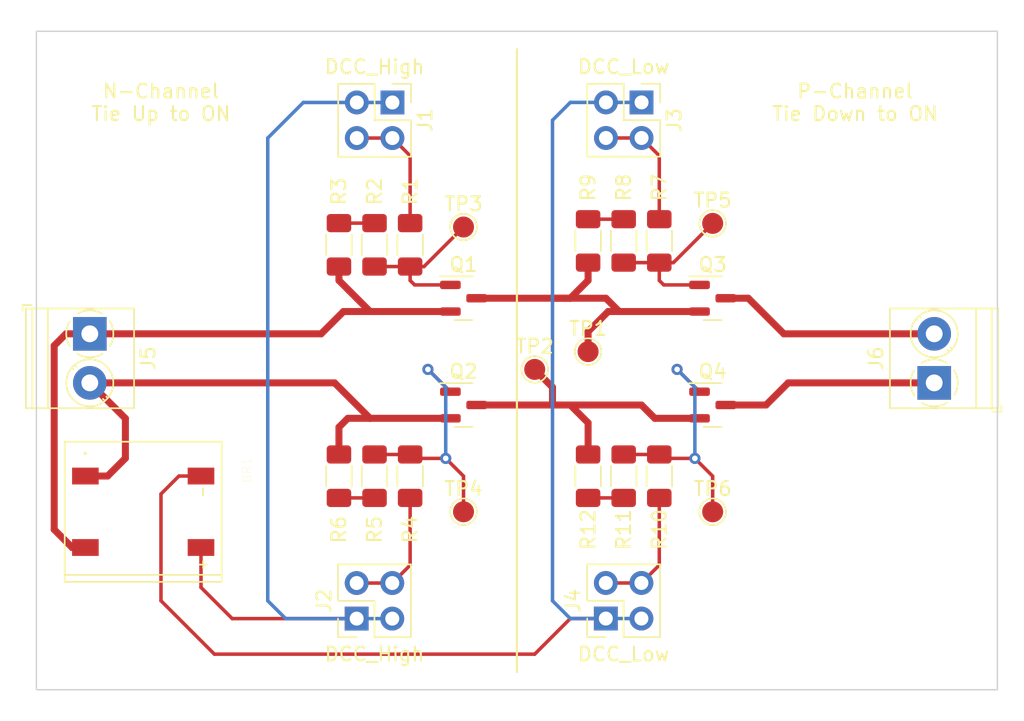
<source format=kicad_pcb>
(kicad_pcb (version 20211014) (generator pcbnew)
  (layers (0 "F.Cu" signal) (31 "B.Cu" signal) (34 "B.Paste" user) (35 "F.Paste" user) (36 "B.SilkS" user "B.Silkscreen") (37 "F.SilkS" user "F.Silkscreen") (38 "B.Mask" user) (39 "F.Mask" user) (44 "Edge.Cuts" user))
  (net 0 "")
  (net 1 "/J_IN")
  (net 2 "/K_IN")
  (net 3 "/J_OUT")
  (net 4 "/K_OUT")
  (net 5 "Net-(Q1-Pad1)")
  (net 6 "/J_1")
  (net 7 "Net-(Q2-Pad1)")
  (net 8 "/K_1")
  (net 9 "Net-(Q4-Pad1)")
  (net 10 "Net-(J1-Pad2)")
  (net 11 "Net-(R2-Pad2)")
  (net 12 "Net-(J2-Pad2)")
  (net 13 "Net-(R5-Pad2)")
  (net 14 "Net-(J3-Pad2)")
  (net 15 "Net-(R8-Pad2)")
  (net 16 "Net-(J4-Pad2)")
  (net 17 "Net-(R11-Pad2)")
  (net 18 "/DCC_HIGH")
  (net 19 "/DCC_LOW")
  (net 20 "Net-(Q3-Pad1)")
  (footprint "Package_TO_SOT_SMD:SOT-23" (layer "F.Cu") (at 88.9 81.28)
    (fp_text reference "Q3" (at 0 -2.4) (layer "F.SilkS"))
    (fp_text value "NXV90EPR")
    (fp_line (start 0 -1.56) (end 0.65 -1.56) (layer "F.SilkS") (width 0.12))
    (fp_line (start 0 -1.56) (end -1.675 -1.56) (layer "F.SilkS") (width 0.12))
    (fp_line (start 0 1.56) (end -0.65 1.56) (layer "F.SilkS") (width 0.12))
    (fp_line (start 0 1.56) (end 0.65 1.56) (layer "F.SilkS") (width 0.12))
    (pad "1" smd roundrect locked (at -0.9375 -0.95) (size 1.475 0.6) (layers "F.Cu" "F.Paste" "F.Mask") (net 20 "Net-(Q3-Pad1)"))
    (pad "2" smd roundrect locked (at -0.9375 0.95) (size 1.475 0.6) (layers "F.Cu" "F.Paste" "F.Mask") (net 6 "/J_1"))
    (pad "3" smd roundrect locked (at 0.9375 0) (size 1.475 0.6) (layers "F.Cu" "F.Paste" "F.Mask") (net 3 "/J_OUT"))
  )
  (footprint "Connector_PinHeader_2.54mm:PinHeader_2x02_P2.54mm_Vertical" (layer "F.Cu") (at 63.495 104.145 90)
    (fp_text reference "J2" (at 1.27 -2.33 90) (layer "F.SilkS"))
    (fp_text value "Conn_02x02_Odd_Even")
    (fp_line (start 1.27 1.27) (end 1.27 -1.33) (layer "F.SilkS") (width 0.12))
    (fp_line (start -1.33 1.27) (end -1.33 3.87) (layer "F.SilkS") (width 0.12))
    (fp_line (start -1.33 1.27) (end 1.27 1.27) (layer "F.SilkS") (width 0.12))
    (fp_line (start -1.33 0) (end -1.33 -1.33) (layer "F.SilkS") (width 0.12))
    (fp_line (start 3.87 -1.33) (end 3.87 3.87) (layer "F.SilkS") (width 0.12))
    (fp_line (start -1.33 3.87) (end 3.87 3.87) (layer "F.SilkS") (width 0.12))
    (fp_line (start 1.27 -1.33) (end 3.87 -1.33) (layer "F.SilkS") (width 0.12))
    (fp_line (start -1.33 -1.33) (end 0 -1.33) (layer "F.SilkS") (width 0.12))
    (pad "1" thru_hole rect locked (at 0 0 90) (size 1.7 1.7) (drill 1) (layers *.Cu *.Mask) (net 18 "/DCC_HIGH"))
    (pad "2" thru_hole oval locked (at 2.54 0 90) (size 1.7 1.7) (drill 1) (layers *.Cu *.Mask) (net 12 "Net-(J2-Pad2)"))
    (pad "3" thru_hole oval locked (at 0 2.54 90) (size 1.7 1.7) (drill 1) (layers *.Cu *.Mask) (net 18 "/DCC_HIGH"))
    (pad "4" thru_hole oval locked (at 2.54 2.54 90) (size 1.7 1.7) (drill 1) (layers *.Cu *.Mask) (net 12 "Net-(J2-Pad2)"))
  )
  (footprint "Resistor_SMD:R_1206_3216Metric_Pad1.30x1.75mm_HandSolder" (layer "F.Cu") (at 80.01 77.19 -90)
    (fp_text reference "R9" (at -3.81 0 90) (layer "F.SilkS"))
    (fp_text value "3K")
    (fp_line (start -0.727064 0.91) (end 0.727064 0.91) (layer "F.SilkS") (width 0.12))
    (fp_line (start -0.727064 -0.91) (end 0.727064 -0.91) (layer "F.SilkS") (width 0.12))
    (pad "1" smd roundrect locked (at -1.55 0 270) (size 1.3 1.75) (layers "F.Cu" "F.Paste" "F.Mask") (roundrect_rratio 0.1923076923) (net 15 "Net-(R8-Pad2)"))
    (pad "2" smd roundrect locked (at 1.55 0 270) (size 1.3 1.75) (layers "F.Cu" "F.Paste" "F.Mask") (roundrect_rratio 0.1923076923) (net 6 "/J_1"))
  )
  (footprint "Resistor_SMD:R_1206_3216Metric_Pad1.30x1.75mm_HandSolder" (layer "F.Cu") (at 67.31 93.98 90)
    (fp_text reference "R4" (at -3.81 0 90) (layer "F.SilkS"))
    (fp_text value "10K")
    (fp_line (start -0.727064 -0.91) (end 0.727064 -0.91) (layer "F.SilkS") (width 0.12))
    (fp_line (start -0.727064 0.91) (end 0.727064 0.91) (layer "F.SilkS") (width 0.12))
    (pad "1" smd roundrect locked (at -1.55 0 90) (size 1.3 1.75) (layers "F.Cu" "F.Paste" "F.Mask") (roundrect_rratio 0.1923076923) (net 12 "Net-(J2-Pad2)"))
    (pad "2" smd roundrect locked (at 1.55 0 90) (size 1.3 1.75) (layers "F.Cu" "F.Paste" "F.Mask") (roundrect_rratio 0.1923076923) (net 7 "Net-(Q2-Pad1)"))
  )
  (footprint "Resistor_SMD:R_1206_3216Metric_Pad1.30x1.75mm_HandSolder" (layer "F.Cu") (at 67.31 77.47 -90)
    (fp_text reference "R1" (at -3.81 0 90) (layer "F.SilkS"))
    (fp_text value "10K")
    (fp_line (start -0.727064 0.91) (end 0.727064 0.91) (layer "F.SilkS") (width 0.12))
    (fp_line (start -0.727064 -0.91) (end 0.727064 -0.91) (layer "F.SilkS") (width 0.12))
    (pad "1" smd roundrect locked (at -1.55 0 270) (size 1.3 1.75) (layers "F.Cu" "F.Paste" "F.Mask") (roundrect_rratio 0.1923076923) (net 10 "Net-(J1-Pad2)"))
    (pad "2" smd roundrect locked (at 1.55 0 270) (size 1.3 1.75) (layers "F.Cu" "F.Paste" "F.Mask") (roundrect_rratio 0.1923076923) (net 5 "Net-(Q1-Pad1)"))
  )
  (footprint "TestPoint:TestPoint_Pad_D1.5mm" (layer "F.Cu") (at 88.9 96.52)
    (fp_text reference "TP6" (at 0 -1.648) (layer "F.SilkS"))
    (fp_text value "TestPoint")
    (fp_circle (center 0 0) (end 0 0.95) (layer "F.SilkS") (width 0.12) (fill none))
    (pad "1" smd circle locked (at 0 0) (size 1.5 1.5) (layers "F.Cu" "F.Mask") (net 9 "Net-(Q4-Pad1)"))
  )
  (footprint "TerminalBlock_Phoenix:TerminalBlock_Phoenix_PT-1,5-2-3.5-H_1x02_P3.50mm_Horizontal" (layer "F.Cu") (at 44.45 83.82 -90)
    (fp_text reference "J5" (at 1.75 -4.16 90) (layer "F.SilkS"))
    (fp_text value "Conn_01x02")
    (fp_line (start -1.81 -3.16) (end -1.81 4.56) (layer "F.SilkS") (width 0.12))
    (fp_line (start -1.81 -3.16) (end 5.31 -3.16) (layer "F.SilkS") (width 0.12))
    (fp_line (start 2.525 1.181) (end 2.431 1.274) (layer "F.SilkS") (width 0.12))
    (fp_line (start -1.81 4.1) (end 5.31 4.1) (layer "F.SilkS") (width 0.12))
    (fp_line (start 5.31 -3.16) (end 5.31 4.56) (layer "F.SilkS") (width 0.12))
    (fp_line (start -1.81 3) (end 5.31 3) (layer "F.SilkS") (width 0.12))
    (fp_line (start -1.81 4.56) (end 5.31 4.56) (layer "F.SilkS") (width 0.12))
    (fp_line (start -2.05 4.16) (end -2.05 4.8) (layer "F.SilkS") (width 0.12))
    (fp_line (start -2.05 4.8) (end -1.65 4.8) (layer "F.SilkS") (width 0.12))
    (fp_line (start 2.355 0.941) (end 2.226 1.069) (layer "F.SilkS") (width 0.12))
    (fp_line (start 4.775 -1.069) (end 4.646 -0.941) (layer "F.SilkS") (width 0.12))
    (fp_line (start 4.57 -1.275) (end 4.476 -1.181) (layer "F.SilkS") (width 0.12))
    (fp_arc (start -0.889894 -1.425358) (mid -0.014012 -1.680286) (end 0.866 -1.44) (layer "F.SilkS") (width 0.12))
    (fp_arc (start 0.028674 1.680099) (mid -0.435535 1.622918) (end -0.866 1.44) (layer "F.SilkS") (width 0.12))
    (fp_arc (start -1.425358 0.889894) (mid -1.680286 0.014012) (end -1.44 -0.866) (layer "F.SilkS") (width 0.12))
    (fp_arc (start 0.890264 1.424721) (mid 0.463071 1.61492) (end 0 1.68) (layer "F.SilkS") (width 0.12))
    (fp_arc (start 1.425504 -0.890193) (mid 1.680626 0.000476) (end 1.425 0.891) (layer "F.SilkS") (width 0.12))
    (fp_circle (center 3.5 0) (end 5.18 0) (layer "F.SilkS") (width 0.12) (fill none))
    (pad "1" thru_hole rect locked (at 0 0 270) (size 2.4 2.4) (drill 1.2) (layers *.Cu *.Mask) (net 1 "/J_IN"))
    (pad "2" thru_hole circle locked (at 3.5 0 270) (size 2.4 2.4) (drill 1.2) (layers *.Cu *.Mask) (net 2 "/K_IN"))
  )
  (footprint "TestPoint:TestPoint_Pad_D1.5mm" (layer "F.Cu") (at 71.12 96.52)
    (fp_text reference "TP4" (at 0 -1.648) (layer "F.SilkS"))
    (fp_text value "TestPoint")
    (fp_circle (center 0 0) (end 0 0.95) (layer "F.SilkS") (width 0.12) (fill none))
    (pad "1" smd circle locked (at 0 0) (size 1.5 1.5) (layers "F.Cu" "F.Mask") (net 7 "Net-(Q2-Pad1)"))
  )
  (footprint "TestPoint:TestPoint_Pad_D1.5mm" (layer "F.Cu") (at 80.01 85.09)
    (fp_text reference "TP1" (at 0 -1.648) (layer "F.SilkS"))
    (fp_text value "TestPoint")
    (fp_circle (center 0 0) (end 0 0.95) (layer "F.SilkS") (width 0.12) (fill none))
    (pad "1" smd circle locked (at 0 0) (size 1.5 1.5) (layers "F.Cu" "F.Mask") (net 6 "/J_1"))
  )
  (footprint "TestPoint:TestPoint_Pad_D1.5mm" (layer "F.Cu") (at 76.2 86.36)
    (fp_text reference "TP2" (at 0 -1.648) (layer "F.SilkS"))
    (fp_text value "TestPoint")
    (fp_circle (center 0 0) (end 0 0.95) (layer "F.SilkS") (width 0.12) (fill none))
    (pad "1" smd circle locked (at 0 0) (size 1.5 1.5) (layers "F.Cu" "F.Mask") (net 8 "/K_1"))
  )
  (footprint "Resistor_SMD:R_1206_3216Metric_Pad1.30x1.75mm_HandSolder" (layer "F.Cu") (at 62.23 93.98 90)
    (fp_text reference "R6" (at -3.81 0 90) (layer "F.SilkS"))
    (fp_text value "3K")
    (fp_line (start -0.727064 0.91) (end 0.727064 0.91) (layer "F.SilkS") (width 0.12))
    (fp_line (start -0.727064 -0.91) (end 0.727064 -0.91) (layer "F.SilkS") (width 0.12))
    (pad "1" smd roundrect locked (at -1.55 0 90) (size 1.3 1.75) (layers "F.Cu" "F.Paste" "F.Mask") (roundrect_rratio 0.1923076923) (net 13 "Net-(R5-Pad2)"))
    (pad "2" smd roundrect locked (at 1.55 0 90) (size 1.3 1.75) (layers "F.Cu" "F.Paste" "F.Mask") (roundrect_rratio 0.1923076923) (net 2 "/K_IN"))
  )
  (footprint "Resistor_SMD:R_1206_3216Metric_Pad1.30x1.75mm_HandSolder" (layer "F.Cu") (at 64.77 77.47 90)
    (fp_text reference "R2" (at 3.81 0 90) (layer "F.SilkS"))
    (fp_text value "3K")
    (fp_line (start -0.727064 -0.91) (end 0.727064 -0.91) (layer "F.SilkS") (width 0.12))
    (fp_line (start -0.727064 0.91) (end 0.727064 0.91) (layer "F.SilkS") (width 0.12))
    (pad "1" smd roundrect locked (at -1.55 0 90) (size 1.3 1.75) (layers "F.Cu" "F.Paste" "F.Mask") (roundrect_rratio 0.1923076923) (net 5 "Net-(Q1-Pad1)"))
    (pad "2" smd roundrect locked (at 1.55 0 90) (size 1.3 1.75) (layers "F.Cu" "F.Paste" "F.Mask") (roundrect_rratio 0.1923076923) (net 11 "Net-(R2-Pad2)"))
  )
  (footprint "Package_TO_SOT_SMD:SOT-23" (layer "F.Cu") (at 71.12 81.28)
    (fp_text reference "Q1" (at 0 -2.4) (layer "F.SilkS"))
    (fp_text value "NXV55UNR")
    (fp_line (start 0 1.56) (end -0.65 1.56) (layer "F.SilkS") (width 0.12))
    (fp_line (start 0 -1.56) (end -1.675 -1.56) (layer "F.SilkS") (width 0.12))
    (fp_line (start 0 1.56) (end 0.65 1.56) (layer "F.SilkS") (width 0.12))
    (fp_line (start 0 -1.56) (end 0.65 -1.56) (layer "F.SilkS") (width 0.12))
    (pad "1" smd roundrect locked (at -0.9375 -0.95) (size 1.475 0.6) (layers "F.Cu" "F.Paste" "F.Mask") (net 5 "Net-(Q1-Pad1)"))
    (pad "2" smd roundrect locked (at -0.9375 0.95) (size 1.475 0.6) (layers "F.Cu" "F.Paste" "F.Mask") (net 1 "/J_IN"))
    (pad "3" smd roundrect locked (at 0.9375 0) (size 1.475 0.6) (layers "F.Cu" "F.Paste" "F.Mask") (net 6 "/J_1"))
  )
  (footprint "Resistor_SMD:R_1206_3216Metric_Pad1.30x1.75mm_HandSolder" (layer "F.Cu") (at 62.23 77.47 -90)
    (fp_text reference "R3" (at -3.81 0 90) (layer "F.SilkS"))
    (fp_text value "3K")
    (fp_line (start -0.727064 -0.91) (end 0.727064 -0.91) (layer "F.SilkS") (width 0.12))
    (fp_line (start -0.727064 0.91) (end 0.727064 0.91) (layer "F.SilkS") (width 0.12))
    (pad "1" smd roundrect locked (at -1.55 0 270) (size 1.3 1.75) (layers "F.Cu" "F.Paste" "F.Mask") (roundrect_rratio 0.1923076923) (net 11 "Net-(R2-Pad2)"))
    (pad "2" smd roundrect locked (at 1.55 0 270) (size 1.3 1.75) (layers "F.Cu" "F.Paste" "F.Mask") (roundrect_rratio 0.1923076923) (net 1 "/J_IN"))
  )
  (footprint "Connector_PinHeader_2.54mm:PinHeader_2x02_P2.54mm_Vertical" (layer "F.Cu") (at 66.045 67.31 -90)
    (property "Reference" "J1")
    (property "Value" "Conn_02x02_Odd_Even")
    (fp_text reference "J1" (at 1.27 -2.33 90) (layer "F.SilkS"))
    (fp_text value "Conn_02x02_Odd_Even")
    (fp_line (start -1.33 -1.33) (end 0 -1.33) (layer "F.SilkS") (width 0.12))
    (fp_line (start -1.33 1.27) (end -1.33 3.87) (layer "F.SilkS") (width 0.12))
    (fp_line (start -1.33 1.27) (end 1.27 1.27) (layer "F.SilkS") (width 0.12))
    (fp_line (start 1.27 -1.33) (end 3.87 -1.33) (layer "F.SilkS") (width 0.12))
    (fp_line (start 1.27 1.27) (end 1.27 -1.33) (layer "F.SilkS") (width 0.12))
    (fp_line (start 3.87 -1.33) (end 3.87 3.87) (layer "F.SilkS") (width 0.12))
    (fp_line (start -1.33 0) (end -1.33 -1.33) (layer "F.SilkS") (width 0.12))
    (fp_line (start -1.33 3.87) (end 3.87 3.87) (layer "F.SilkS") (width 0.12))
    (pad "1" thru_hole rect locked (at 0 0 270) (size 1.7 1.7) (drill 1) (layers *.Cu *.Mask) (net 18 "/DCC_HIGH"))
    (pad "2" thru_hole oval locked (at 2.54 0 270) (size 1.7 1.7) (drill 1) (layers *.Cu *.Mask) (net 10 "Net-(J1-Pad2)"))
    (pad "3" thru_hole oval locked (at 0 2.54 270) (size 1.7 1.7) (drill 1) (layers *.Cu *.Mask) (net 18 "/DCC_HIGH"))
    (pad "4" thru_hole oval locked (at 2.54 2.54 270) (size 1.7 1.7) (drill 1) (layers *.Cu *.Mask) (net 10 "Net-(J1-Pad2)"))
  )
  (footprint "Connector_PinHeader_2.54mm:PinHeader_2x02_P2.54mm_Vertical" (layer "F.Cu") (at 83.825 67.305 -90)
    (fp_text reference "J3" (at 1.27 -2.33 90) (layer "F.SilkS"))
    (fp_text value "Conn_02x02_Odd_Even")
    (fp_line (start 3.87 -1.33) (end 3.87 3.87) (layer "F.SilkS") (width 0.12))
    (fp_line (start 1.27 1.27) (end 1.27 -1.33) (layer "F.SilkS") (width 0.12))
    (fp_line (start -1.33 0) (end -1.33 -1.33) (layer "F.SilkS") (width 0.12))
    (fp_line (start -1.33 1.27) (end 1.27 1.27) (layer "F.SilkS") (width 0.12))
    (fp_line (start -1.33 -1.33) (end 0 -1.33) (layer "F.SilkS") (width 0.12))
    (fp_line (start -1.33 1.27) (end -1.33 3.87) (layer "F.SilkS") (width 0.12))
    (fp_line (start -1.33 3.87) (end 3.87 3.87) (layer "F.SilkS") (width 0.12))
    (fp_line (start 1.27 -1.33) (end 3.87 -1.33) (layer "F.SilkS") (width 0.12))
    (pad "1" thru_hole rect locked (at 0 0 270) (size 1.7 1.7) (drill 1) (layers *.Cu *.Mask) (net 19 "/DCC_LOW"))
    (pad "2" thru_hole oval locked (at 2.54 0 270) (size 1.7 1.7) (drill 1) (layers *.Cu *.Mask) (net 14 "Net-(J3-Pad2)"))
    (pad "3" thru_hole oval locked (at 0 2.54 270) (size 1.7 1.7) (drill 1) (layers *.Cu *.Mask) (net 19 "/DCC_LOW"))
    (pad "4" thru_hole oval locked (at 2.54 2.54 270) (size 1.7 1.7) (drill 1) (layers *.Cu *.Mask) (net 14 "Net-(J3-Pad2)"))
  )
  (footprint "Connector_PinHeader_2.54mm:PinHeader_2x02_P2.54mm_Vertical" (layer "F.Cu") (at 81.275 104.14 90)
    (fp_text reference "J4" (at 1.27 -2.33 90) (layer "F.SilkS"))
    (fp_text value "Conn_02x02_Odd_Even")
    (fp_line (start 3.87 -1.33) (end 3.87 3.87) (layer "F.SilkS") (width 0.12))
    (fp_line (start -1.33 0) (end -1.33 -1.33) (layer "F.SilkS") (width 0.12))
    (fp_line (start 1.27 1.27) (end 1.27 -1.33) (layer "F.SilkS") (width 0.12))
    (fp_line (start -1.33 3.87) (end 3.87 3.87) (layer "F.SilkS") (width 0.12))
    (fp_line (start 1.27 -1.33) (end 3.87 -1.33) (layer "F.SilkS") (width 0.12))
    (fp_line (start -1.33 1.27) (end -1.33 3.87) (layer "F.SilkS") (width 0.12))
    (fp_line (start -1.33 -1.33) (end 0 -1.33) (layer "F.SilkS") (width 0.12))
    (fp_line (start -1.33 1.27) (end 1.27 1.27) (layer "F.SilkS") (width 0.12))
    (pad "1" thru_hole rect locked (at 0 0 90) (size 1.7 1.7) (drill 1) (layers *.Cu *.Mask) (net 19 "/DCC_LOW"))
    (pad "2" thru_hole oval locked (at 2.54 0 90) (size 1.7 1.7) (drill 1) (layers *.Cu *.Mask) (net 16 "Net-(J4-Pad2)"))
    (pad "3" thru_hole oval locked (at 0 2.54 90) (size 1.7 1.7) (drill 1) (layers *.Cu *.Mask) (net 19 "/DCC_LOW"))
    (pad "4" thru_hole oval locked (at 2.54 2.54 90) (size 1.7 1.7) (drill 1) (layers *.Cu *.Mask) (net 16 "Net-(J4-Pad2)"))
  )
  (footprint "Resistor_SMD:R_1206_3216Metric_Pad1.30x1.75mm_HandSolder" (layer "F.Cu") (at 64.77 93.98 -90)
    (fp_text reference "R5" (at 3.81 0 90) (layer "F.SilkS"))
    (fp_text value "3K")
    (fp_line (start -0.727064 -0.91) (end 0.727064 -0.91) (layer "F.SilkS") (width 0.12))
    (fp_line (start -0.727064 0.91) (end 0.727064 0.91) (layer "F.SilkS") (width 0.12))
    (pad "1" smd roundrect locked (at -1.55 0 270) (size 1.3 1.75) (layers "F.Cu" "F.Paste" "F.Mask") (roundrect_rratio 0.1923076923) (net 7 "Net-(Q2-Pad1)"))
    (pad "2" smd roundrect locked (at 1.55 0 270) (size 1.3 1.75) (layers "F.Cu" "F.Paste" "F.Mask") (roundrect_rratio 0.1923076923) (net 13 "Net-(R5-Pad2)"))
  )
  (footprint "DigitalTrains:DIOB_DB107S" (layer "F.Cu") (at 48.26 96.52 -90)
    (fp_text reference "BR1" (at -2.96954 -7.41023 -90) (layer "F.SilkS") (effects (font (size 0.640331 0.640331) (thickness 0.015))))
    (fp_text value "DB107S")
    (fp_text user "·" (at -4.1656 4.2164 -90) (layer "F.SilkS"))
    (fp_line (start 3.52 -4.282) (end 4.02 -4.282) (layer "F.SilkS") (width 0.127))
    (fp_line (start -1.6764 -4.2672) (end -1.1764 -4.2672) (layer "F.SilkS") (width 0.127))
    (fp_line (start -5 5.6) (end -5 -5.6) (layer "F.SilkS") (width 0.12))
    (fp_line (start 5 -5.6) (end 5 5.6) (layer "F.SilkS") (width 0.12))
    (fp_line (start 4.5 -5.6) (end 4.5 5.6) (layer "F.SilkS") (width 0.12))
    (fp_line (start 3.77 -4.532) (end 3.77 -4.032) (layer "F.SilkS") (width 0.127))
    (fp_line (start -5 -5.6) (end 5 -5.6) (layer "F.SilkS") (width 0.12))
    (fp_line (start 5 5.6) (end -5 5.6) (layer "F.SilkS") (width 0.12))
    (pad "+" smd rect (at 2.54959 -4.12558 270) (size 1.2 1.9) (layers "F.Cu" "F.Paste" "F.Mask") (net 18 "/DCC_HIGH"))
    (pad "-" smd rect (at -2.55041 -4.12558 270) (size 1.2 1.9) (layers "F.Cu" "F.Paste" "F.Mask") (net 19 "/DCC_LOW"))
    (pad "a1" smd rect (at -2.55041 4.12442 270) (size 1.2 1.9) (layers "F.Cu" "F.Paste" "F.Mask") (net 2 "/K_IN"))
    (pad "a2" smd rect (at 2.54959 4.12442 270) (size 1.2 1.9) (layers "F.Cu" "F.Paste" "F.Mask") (net 1 "/J_IN"))
  )
  (footprint "Resistor_SMD:R_1206_3216Metric_Pad1.30x1.75mm_HandSolder" (layer "F.Cu") (at 85.09 93.98 90)
    (fp_text reference "R10" (at -3.81 0 90) (layer "F.SilkS"))
    (fp_text value "10K")
    (fp_line (start -0.727064 -0.91) (end 0.727064 -0.91) (layer "F.SilkS") (width 0.12))
    (fp_line (start -0.727064 0.91) (end 0.727064 0.91) (layer "F.SilkS") (width 0.12))
    (pad "1" smd roundrect locked (at -1.55 0 90) (size 1.3 1.75) (layers "F.Cu" "F.Paste" "F.Mask") (roundrect_rratio 0.1923076923) (net 16 "Net-(J4-Pad2)"))
    (pad "2" smd roundrect locked (at 1.55 0 90) (size 1.3 1.75) (layers "F.Cu" "F.Paste" "F.Mask") (roundrect_rratio 0.1923076923) (net 9 "Net-(Q4-Pad1)"))
  )
  (footprint "TerminalBlock_Phoenix:TerminalBlock_Phoenix_PT-1,5-2-3.5-H_1x02_P3.50mm_Horizontal" (layer "F.Cu") (at 104.71 87.32 90)
    (fp_text reference "J6" (at 1.75 -4.16 90) (layer "F.SilkS"))
    (fp_text value "Conn_01x02")
    (fp_line (start -1.81 -3.16) (end -1.81 4.56) (layer "F.SilkS") (width 0.12))
    (fp_line (start -1.81 4.56) (end 5.31 4.56) (layer "F.SilkS") (width 0.12))
    (fp_line (start 2.355 0.941) (end 2.226 1.069) (layer "F.SilkS") (width 0.12))
    (fp_line (start -2.05 4.16) (end -2.05 4.8) (layer "F.SilkS") (width 0.12))
    (fp_line (start -1.81 4.1) (end 5.31 4.1) (layer "F.SilkS") (width 0.12))
    (fp_line (start 4.57 -1.275) (end 4.476 -1.181) (layer "F.SilkS") (width 0.12))
    (fp_line (start -1.81 -3.16) (end 5.31 -3.16) (layer "F.SilkS") (width 0.12))
    (fp_line (start 5.31 -3.16) (end 5.31 4.56) (layer "F.SilkS") (width 0.12))
    (fp_line (start -2.05 4.8) (end -1.65 4.8) (layer "F.SilkS") (width 0.12))
    (fp_line (start 2.525 1.181) (end 2.431 1.274) (layer "F.SilkS") (width 0.12))
    (fp_line (start 4.775 -1.069) (end 4.646 -0.941) (layer "F.SilkS") (width 0.12))
    (fp_line (start -1.81 3) (end 5.31 3) (layer "F.SilkS") (width 0.12))
    (fp_arc (start 0.028674 1.680099) (mid -0.435535 1.622918) (end -0.866 1.44) (layer "F.SilkS") (width 0.12))
    (fp_arc (start 0.890264 1.424721) (mid 0.463071 1.61492) (end 0 1.68) (layer "F.SilkS") (width 0.12))
    (fp_arc (start 1.425504 -0.890193) (mid 1.680626 0.000476) (end 1.425 0.891) (layer "F.SilkS") (width 0.12))
    (fp_arc (start -0.889894 -1.425358) (mid -0.014012 -1.680286) (end 0.866 -1.44) (layer "F.SilkS") (width 0.12))
    (fp_arc (start -1.425358 0.889894) (mid -1.680286 0.014012) (end -1.44 -0.866) (layer "F.SilkS") (width 0.12))
    (fp_circle (center 3.5 0) (end 5.18 0) (layer "F.SilkS") (width 0.12) (fill none))
    (pad "1" thru_hole rect locked (at 0 0 90) (size 2.4 2.4) (drill 1.2) (layers *.Cu *.Mask) (net 4 "/K_OUT"))
    (pad "2" thru_hole circle locked (at 3.5 0 90) (size 2.4 2.4) (drill 1.2) (layers *.Cu *.Mask) (net 3 "/J_OUT"))
  )
  (footprint "Resistor_SMD:R_1206_3216Metric_Pad1.30x1.75mm_HandSolder" (layer "F.Cu") (at 82.55 77.19 90)
    (fp_text reference "R8" (at 3.81 0 90) (layer "F.SilkS"))
    (fp_text value "3K")
    (fp_line (start -0.727064 0.91) (end 0.727064 0.91) (layer "F.SilkS") (width 0.12))
    (fp_line (start -0.727064 -0.91) (end 0.727064 -0.91) (layer "F.SilkS") (width 0.12))
    (pad "1" smd roundrect locked (at -1.55 0 90) (size 1.3 1.75) (layers "F.Cu" "F.Paste" "F.Mask") (roundrect_rratio 0.1923076923) (net 20 "Net-(Q3-Pad1)"))
    (pad "2" smd roundrect locked (at 1.55 0 90) (size 1.3 1.75) (layers "F.Cu" "F.Paste" "F.Mask") (roundrect_rratio 0.1923076923) (net 15 "Net-(R8-Pad2)"))
  )
  (footprint "Resistor_SMD:R_1206_3216Metric_Pad1.30x1.75mm_HandSolder" (layer "F.Cu") (at 82.55 93.98 -90)
    (fp_text reference "R11" (at 3.81 0 90) (layer "F.SilkS"))
    (fp_text value "3K")
    (fp_line (start -0.727064 -0.91) (end 0.727064 -0.91) (layer "F.SilkS") (width 0.12))
    (fp_line (start -0.727064 0.91) (end 0.727064 0.91) (layer "F.SilkS") (width 0.12))
    (pad "1" smd roundrect locked (at -1.55 0 270) (size 1.3 1.75) (layers "F.Cu" "F.Paste" "F.Mask") (roundrect_rratio 0.1923076923) (net 9 "Net-(Q4-Pad1)"))
    (pad "2" smd roundrect locked (at 1.55 0 270) (size 1.3 1.75) (layers "F.Cu" "F.Paste" "F.Mask") (roundrect_rratio 0.1923076923) (net 17 "Net-(R11-Pad2)"))
  )
  (footprint "TestPoint:TestPoint_Pad_D1.5mm" (layer "F.Cu") (at 88.9 75.94)
    (fp_text reference "TP5" (at 0 -1.648) (layer "F.SilkS"))
    (fp_text value "TestPoint")
    (fp_circle (center 0 0) (end 0 0.95) (layer "F.SilkS") (width 0.12) (fill none))
    (pad "1" smd circle locked (at 0 0) (size 1.5 1.5) (layers "F.Cu" "F.Mask") (net 20 "Net-(Q3-Pad1)"))
  )
  (footprint "Resistor_SMD:R_1206_3216Metric_Pad1.30x1.75mm_HandSolder" (layer "F.Cu") (at 80.01 93.98 90)
    (fp_text reference "R12" (at -3.81 0 90) (layer "F.SilkS"))
    (fp_text value "3K")
    (fp_line (start -0.727064 0.91) (end 0.727064 0.91) (layer "F.SilkS") (width 0.12))
    (fp_line (start -0.727064 -0.91) (end 0.727064 -0.91) (layer "F.SilkS") (width 0.12))
    (pad "1" smd roundrect locked (at -1.55 0 90) (size 1.3 1.75) (layers "F.Cu" "F.Paste" "F.Mask") (roundrect_rratio 0.1923076923) (net 17 "Net-(R11-Pad2)"))
    (pad "2" smd roundrect locked (at 1.55 0 90) (size 1.3 1.75) (layers "F.Cu" "F.Paste" "F.Mask") (roundrect_rratio 0.1923076923) (net 8 "/K_1"))
  )
  (footprint "Package_TO_SOT_SMD:SOT-23" (layer "F.Cu") (at 71.12 88.9)
    (fp_text reference "Q2" (at 0 -2.4) (layer "F.SilkS"))
    (fp_text value "NXV55UNR")
    (fp_line (start 0 -1.56) (end -1.675 -1.56) (layer "F.SilkS") (width 0.12))
    (fp_line (start 0 -1.56) (end 0.65 -1.56) (layer "F.SilkS") (width 0.12))
    (fp_line (start 0 1.56) (end -0.65 1.56) (layer "F.SilkS") (width 0.12))
    (fp_line (start 0 1.56) (end 0.65 1.56) (layer "F.SilkS") (width 0.12))
    (pad "1" smd roundrect locked (at -0.9375 -0.95) (size 1.475 0.6) (layers "F.Cu" "F.Paste" "F.Mask") (net 7 "Net-(Q2-Pad1)"))
    (pad "2" smd roundrect locked (at -0.9375 0.95) (size 1.475 0.6) (layers "F.Cu" "F.Paste" "F.Mask") (net 2 "/K_IN"))
    (pad "3" smd roundrect locked (at 0.9375 0) (size 1.475 0.6) (layers "F.Cu" "F.Paste" "F.Mask") (net 8 "/K_1"))
  )
  (footprint "Resistor_SMD:R_1206_3216Metric_Pad1.30x1.75mm_HandSolder" (layer "F.Cu") (at 85.09 77.19 -90)
    (fp_text reference "R7" (at -3.81 0 90) (layer "F.SilkS"))
    (fp_text value "10K")
    (fp_line (start -0.727064 0.91) (end 0.727064 0.91) (layer "F.SilkS") (width 0.12))
    (fp_line (start -0.727064 -0.91) (end 0.727064 -0.91) (layer "F.SilkS") (width 0.12))
    (pad "1" smd roundrect locked (at -1.55 0 270) (size 1.3 1.75) (layers "F.Cu" "F.Paste" "F.Mask") (roundrect_rratio 0.1923076923) (net 14 "Net-(J3-Pad2)"))
    (pad "2" smd roundrect locked (at 1.55 0 270) (size 1.3 1.75) (layers "F.Cu" "F.Paste" "F.Mask") (roundrect_rratio 0.1923076923) (net 20 "Net-(Q3-Pad1)"))
  )
  (footprint "TestPoint:TestPoint_Pad_D1.5mm" (layer "F.Cu") (at 71.12 76.2)
    (fp_text reference "TP3" (at 0 -1.648) (layer "F.SilkS"))
    (fp_text value "TestPoint")
    (fp_circle (center 0 0) (end 0 0.95) (layer "F.SilkS") (width 0.12) (fill none))
    (pad "1" smd circle locked (at 0 0) (size 1.5 1.5) (layers "F.Cu" "F.Mask") (net 5 "Net-(Q1-Pad1)"))
  )
  (footprint "Package_TO_SOT_SMD:SOT-23" (layer "F.Cu") (at 88.9 88.9)
    (fp_text reference "Q4" (at 0 -2.4) (layer "F.SilkS"))
    (fp_text value "NXV90EPR")
    (fp_line (start 0 1.56) (end 0.65 1.56) (layer "F.SilkS") (width 0.12))
    (fp_line (start 0 1.56) (end -0.65 1.56) (layer "F.SilkS") (width 0.12))
    (fp_line (start 0 -1.56) (end 0.65 -1.56) (layer "F.SilkS") (width 0.12))
    (fp_line (start 0 -1.56) (end -1.675 -1.56) (layer "F.SilkS") (width 0.12))
    (pad "1" smd roundrect locked (at -0.9375 -0.95) (size 1.475 0.6) (layers "F.Cu" "F.Paste" "F.Mask") (net 9 "Net-(Q4-Pad1)"))
    (pad "2" smd roundrect locked (at -0.9375 0.95) (size 1.475 0.6) (layers "F.Cu" "F.Paste" "F.Mask") (net 8 "/K_1"))
    (pad "3" smd roundrect locked (at 0.9375 0) (size 1.475 0.6) (layers "F.Cu" "F.Paste" "F.Mask") (net 4 "/K_OUT"))
  )
  (gr_line (start 74.93 63.5) (end 74.93 107.95) (layer "F.SilkS") (width 0.15))
  (gr_line (start 40.64 109.22) (end 40.64 62.23) (layer "Edge.Cuts") (width 0.1))
  (gr_line (start 109.22 62.23) (end 109.22 109.22) (layer "Edge.Cuts") (width 0.1))
  (gr_line (start 40.64 62.23) (end 109.22 62.23) (layer "Edge.Cuts") (width 0.1))
  (gr_line (start 109.22 109.22) (end 40.64 109.22) (layer "Edge.Cuts") (width 0.1))
  (gr_text "DCC_High" (at 64.77 64.77) (layer "F.SilkS") (effects (font (size 1 1))))
  (gr_text "N-Channel\nTie Up to ON" (at 49.53 67.31) (layer "F.SilkS") (effects (font (size 1 1))))
  (gr_text "DCC_Low" (at 82.55 106.68) (layer "F.SilkS") (effects (font (size 1 1))))
  (gr_text "DCC_High" (at 64.765 106.68) (layer "F.SilkS") (effects (font (size 1 1))))
  (gr_text "P-Channel\nTie Down to ON" (at 99.06 67.31) (layer "F.SilkS") (effects (font (size 1 1))))
  (gr_text "DCC_Low" (at 82.55 64.77) (layer "F.SilkS") (effects (font (size 1 1))))
  (segment (start 62.55 82.23) (end 60.96 83.82) (width 0.5) (layer "F.Cu") (net 1))
  (segment (start 44.45 83.82) (end 42.75 83.82) (width 0.5) (layer "F.Cu") (net 1))
  (segment (start 41.91 97.79) (end 43.18959 99.06959) (width 0.5) (layer "F.Cu") (net 1))
  (segment (start 43.18959 99.06959) (end 44.13558 99.06959) (width 0.5) (layer "F.Cu") (net 1))
  (segment (start 41.91 84.66) (end 41.91 97.79) (width 0.5) (layer "F.Cu") (net 1))
  (segment (start 64.45 82.23) (end 62.55 82.23) (width 0.5) (layer "F.Cu") (net 1))
  (segment (start 62.23 80.01) (end 64.45 82.23) (width 0.5) (layer "F.Cu") (net 1))
  (segment (start 64.45 82.23) (end 70.1825 82.23) (width 0.5) (layer "F.Cu") (net 1))
  (segment (start 42.75 83.82) (end 41.91 84.66) (width 0.5) (layer "F.Cu") (net 1))
  (segment (start 62.23 79.02) (end 62.23 80.01) (width 0.5) (layer "F.Cu") (net 1))
  (segment (start 60.96 83.82) (end 44.45 83.82) (width 0.5) (layer "F.Cu") (net 1))
  (segment (start 44.45 87.32) (end 46.99 89.86) (width 0.5) (layer "F.Cu") (net 2))
  (segment (start 46.99 92.69959) (end 45.72 93.96959) (width 0.5) (layer "F.Cu") (net 2))
  (segment (start 45.72 93.96959) (end 44.13558 93.96959) (width 0.5) (layer "F.Cu") (net 2))
  (segment (start 64.45 89.85) (end 70.1825 89.85) (width 0.5) (layer "F.Cu") (net 2))
  (segment (start 44.45 87.32) (end 61.92 87.32) (width 0.5) (layer "F.Cu") (net 2))
  (segment (start 61.92 87.32) (end 64.45 89.85) (width 0.5) (layer "F.Cu") (net 2))
  (segment (start 62.865 89.85) (end 64.45 89.85) (width 0.5) (layer "F.Cu") (net 2))
  (segment (start 46.99 89.86) (end 46.99 92.69959) (width 0.5) (layer "F.Cu") (net 2))
  (segment (start 62.23 90.485) (end 62.865 89.85) (width 0.5) (layer "F.Cu") (net 2))
  (segment (start 62.23 92.43) (end 62.23 90.485) (width 0.5) (layer "F.Cu") (net 2))
  (segment (start 89.8375 81.28) (end 91.44 81.28) (width 0.5) (layer "F.Cu") (net 3))
  (segment (start 91.44 81.28) (end 93.98 83.82) (width 0.5) (layer "F.Cu") (net 3))
  (segment (start 93.98 83.82) (end 104.71 83.82) (width 0.5) (layer "F.Cu") (net 3))
  (segment (start 94.29 87.32) (end 104.71 87.32) (width 0.5) (layer "F.Cu") (net 4))
  (segment (start 89.8375 88.9) (end 92.71 88.9) (width 0.5) (layer "F.Cu") (net 4))
  (segment (start 92.71 88.9) (end 94.29 87.32) (width 0.5) (layer "F.Cu") (net 4))
  (segment (start 71.12 76.2) (end 68.3 79.02) (width 0.25) (layer "F.Cu") (net 5))
  (segment (start 67.31 79.02) (end 67.31 80.01) (width 0.25) (layer "F.Cu") (net 5))
  (segment (start 67.31 80.01) (end 67.63 80.33) (width 0.25) (layer "F.Cu") (net 5))
  (segment (start 64.77 79.02) (end 67.31 79.02) (width 0.25) (layer "F.Cu") (net 5))
  (segment (start 68.3 79.02) (end 67.31 79.02) (width 0.25) (layer "F.Cu") (net 5))
  (segment (start 67.63 80.33) (end 70.1825 80.33) (width 0.25) (layer "F.Cu") (net 5))
  (segment (start 81.44 82.23) (end 82.23 82.23) (width 0.5) (layer "F.Cu") (net 6))
  (segment (start 78.74 81.28) (end 77.47 81.28) (width 0.5) (layer "F.Cu") (net 6))
  (segment (start 82.23 82.23) (end 87.9625 82.23) (width 0.5) (layer "F.Cu") (net 6))
  (segment (start 80.01 80.01) (end 78.74 81.28) (width 0.5) (layer "F.Cu") (net 6))
  (segment (start 80.01 85.09) (end 80.01 83.66) (width 0.5) (layer "F.Cu") (net 6))
  (segment (start 80.01 83.66) (end 81.44 82.23) (width 0.5) (layer "F.Cu") (net 6))
  (segment (start 81.28 81.28) (end 82.23 82.23) (width 0.5) (layer "F.Cu") (net 6))
  (segment (start 80.01 78.74) (end 80.01 80.01) (width 0.5) (layer "F.Cu") (net 6))
  (segment (start 77.47 81.28) (end 81.28 81.28) (width 0.5) (layer "F.Cu") (net 6))
  (segment (start 72.0575 81.28) (end 77.47 81.28) (width 0.5) (layer "F.Cu") (net 6))
  (segment (start 64.77 92.43) (end 67.31 92.43) (width 0.25) (layer "F.Cu") (net 7))
  (segment (start 69.85 92.71) (end 71.12 93.98) (width 0.25) (layer "F.Cu") (net 7))
  (segment (start 68.5925 86.36) (end 70.1825 87.95) (width 0.25) (layer "F.Cu") (net 7))
  (segment (start 68.58 86.36) (end 68.5925 86.36) (width 0.25) (layer "F.Cu") (net 7))
  (segment (start 67.31 92.43) (end 67.59 92.71) (width 0.25) (layer "F.Cu") (net 7))
  (segment (start 71.12 93.98) (end 71.12 96.52) (width 0.25) (layer "F.Cu") (net 7))
  (segment (start 67.59 92.71) (end 69.85 92.71) (width 0.25) (layer "F.Cu") (net 7))
  (via (at 68.58 86.36) (size 0.8) (drill 0.4) (layers "F.Cu" "B.Cu") (net 7))
  (via (at 69.85 92.71) (size 0.8) (drill 0.4) (layers "F.Cu" "B.Cu") (net 7))
  (segment (start 69.85 92.71) (end 69.85 87.63) (width 0.25) (layer "B.Cu") (net 7))
  (segment (start 69.85 87.63) (end 68.58 86.36) (width 0.25) (layer "B.Cu") (net 7))
  (segment (start 80.01 92.43) (end 80.01 90.17) (width 0.5) (layer "F.Cu") (net 8))
  (segment (start 76.2 86.36) (end 77.47 87.63) (width 0.5) (layer "F.Cu") (net 8))
  (segment (start 78.74 88.9) (end 83.82 88.9) (width 0.5) (layer "F.Cu") (net 8))
  (segment (start 80.01 90.17) (end 78.74 88.9) (width 0.5) (layer "F.Cu") (net 8))
  (segment (start 77.47 87.63) (end 77.47 88.9) (width 0.5) (layer "F.Cu") (net 8))
  (segment (start 84.77 89.85) (end 87.9625 89.85) (width 0.5) (layer "F.Cu") (net 8))
  (segment (start 72.0575 88.9) (end 78.74 88.9) (width 0.5) (layer "F.Cu") (net 8))
  (segment (start 83.82 88.9) (end 84.77 89.85) (width 0.5) (layer "F.Cu") (net 8))
  (segment (start 87.63 92.71) (end 88.9 93.98) (width 0.25) (layer "F.Cu") (net 9))
  (segment (start 85.37 92.71) (end 87.63 92.71) (width 0.25) (layer "F.Cu") (net 9))
  (segment (start 86.36 86.36) (end 86.3725 86.36) (width 0.25) (layer "F.Cu") (net 9))
  (segment (start 88.9 93.98) (end 88.9 96.52) (width 0.25) (layer "F.Cu") (net 9))
  (segment (start 82.55 92.43) (end 85.09 92.43) (width 0.25) (layer "F.Cu") (net 9))
  (segment (start 85.09 92.43) (end 85.37 92.71) (width 0.25) (layer "F.Cu") (net 9))
  (segment (start 86.3725 86.36) (end 87.9625 87.95) (width 0.25) (layer "F.Cu") (net 9))
  (via (at 86.36 86.36) (size 0.8) (drill 0.4) (layers "F.Cu" "B.Cu") (net 9))
  (via (at 87.63 92.71) (size 0.8) (drill 0.4) (layers "F.Cu" "B.Cu") (net 9))
  (segment (start 87.63 92.71) (end 87.63 87.63) (width 0.25) (layer "B.Cu") (net 9))
  (segment (start 87.63 87.63) (end 86.36 86.36) (width 0.25) (layer "B.Cu") (net 9))
  (segment (start 63.505 69.85) (end 66.045 69.85) (width 0.25) (layer "F.Cu") (net 10))
  (segment (start 67.31 71.115) (end 67.31 75.92) (width 0.25) (layer "F.Cu") (net 10))
  (segment (start 66.045 69.85) (end 67.31 71.115) (width 0.25) (layer "F.Cu") (net 10))
  (segment (start 62.23 75.92) (end 64.77 75.92) (width 0.25) (layer "F.Cu") (net 11))
  (segment (start 67.31 100.33) (end 67.31 95.53) (width 0.25) (layer "F.Cu") (net 12))
  (segment (start 63.495 101.605) (end 66.035 101.605) (width 0.25) (layer "F.Cu") (net 12))
  (segment (start 66.035 101.605) (end 67.31 100.33) (width 0.25) (layer "F.Cu") (net 12))
  (segment (start 62.23 95.53) (end 64.77 95.53) (width 0.25) (layer "F.Cu") (net 13))
  (segment (start 83.825 69.845) (end 85.09 71.11) (width 0.25) (layer "F.Cu") (net 14))
  (segment (start 85.09 71.11) (end 85.09 75.64) (width 0.25) (layer "F.Cu") (net 14))
  (segment (start 81.285 69.845) (end 83.825 69.845) (width 0.25) (layer "F.Cu") (net 14))
  (segment (start 80.01 75.64) (end 82.55 75.64) (width 0.25) (layer "F.Cu") (net 15))
  (segment (start 85.09 95.53) (end 85.09 100.325) (width 0.25) (layer "F.Cu") (net 16))
  (segment (start 85.09 100.325) (end 83.815 101.6) (width 0.25) (layer "F.Cu") (net 16))
  (segment (start 83.815 101.6) (end 81.275 101.6) (width 0.25) (layer "F.Cu") (net 16))
  (segment (start 80.01 95.53) (end 82.55 95.53) (width 0.25) (layer "F.Cu") (net 17))
  (segment (start 54.615 104.145) (end 63.495 104.145) (width 0.25) (layer "F.Cu") (net 18))
  (segment (start 52.38558 101.91558) (end 54.615 104.145) (width 0.25) (layer "F.Cu") (net 18))
  (segment (start 52.38558 99.06959) (end 52.38558 101.91558) (width 0.25) (layer "F.Cu") (net 18))
  (segment (start 57.15 69.85) (end 57.15 102.87) (width 0.25) (layer "B.Cu") (net 18))
  (segment (start 58.425 104.145) (end 66.035 104.145) (width 0.25) (layer "B.Cu") (net 18))
  (segment (start 63.505 67.31) (end 59.69 67.31) (width 0.25) (layer "B.Cu") (net 18))
  (segment (start 59.69 67.31) (end 57.15 69.85) (width 0.25) (layer "B.Cu") (net 18))
  (segment (start 57.15 102.87) (end 58.425 104.145) (width 0.25) (layer "B.Cu") (net 18))
  (segment (start 66.045 67.31) (end 63.505 67.31) (width 0.25) (layer "B.Cu") (net 18))
  (segment (start 52.38558 93.96959) (end 50.81041 93.96959) (width 0.25) (layer "F.Cu") (net 19))
  (segment (start 78.74 104.14) (end 81.275 104.14) (width 0.25) (layer "F.Cu") (net 19))
  (segment (start 49.53 95.25) (end 49.53 102.87) (width 0.25) (layer "F.Cu") (net 19))
  (segment (start 53.34 106.68) (end 76.2 106.68) (width 0.25) (layer "F.Cu") (net 19))
  (segment (start 76.2 106.68) (end 78.74 104.14) (width 0.25) (layer "F.Cu") (net 19))
  (segment (start 50.81041 93.96959) (end 49.53 95.25) (width 0.25) (layer "F.Cu") (net 19))
  (segment (start 49.53 102.87) (end 53.34 106.68) (width 0.25) (layer "F.Cu") (net 19))
  (segment (start 77.47 68.58) (end 78.745 67.305) (width 0.25) (layer "B.Cu") (net 19))
  (segment (start 81.285 67.305) (end 83.825 67.305) (width 0.25) (layer "B.Cu") (net 19))
  (segment (start 83.815 104.14) (end 81.275 104.14) (width 0.25) (layer "B.Cu") (net 19))
  (segment (start 78.74 104.14) (end 77.47 102.87) (width 0.25) (layer "B.Cu") (net 19))
  (segment (start 78.745 67.305) (end 81.285 67.305) (width 0.25) (layer "B.Cu") (net 19))
  (segment (start 77.47 102.87) (end 77.47 68.58) (width 0.25) (layer "B.Cu") (net 19))
  (segment (start 81.275 104.14) (end 78.74 104.14) (width 0.25) (layer "B.Cu") (net 19))
  (segment (start 86.1 78.74) (end 85.09 78.74) (width 0.25) (layer "F.Cu") (net 20))
  (segment (start 82.55 78.74) (end 85.09 78.74) (width 0.25) (layer "F.Cu") (net 20))
  (segment (start 85.09 78.74) (end 85.09 80.01) (width 0.25) (layer "F.Cu") (net 20))
  (segment (start 85.09 80.01) (end 85.41 80.33) (width 0.25) (layer "F.Cu") (net 20))
  (segment (start 88.9 75.94) (end 86.1 78.74) (width 0.25) (layer "F.Cu") (net 20))
  (segment (start 85.41 80.33) (end 87.9625 80.33) (width 0.25) (layer "F.Cu") (net 20))
)
</source>
